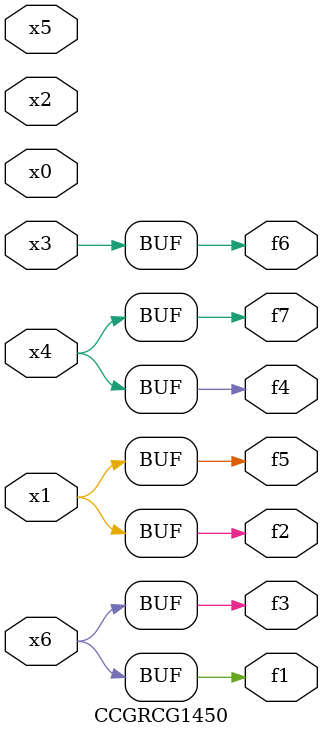
<source format=v>
module CCGRCG1450(
	input x0, x1, x2, x3, x4, x5, x6,
	output f1, f2, f3, f4, f5, f6, f7
);
	assign f1 = x6;
	assign f2 = x1;
	assign f3 = x6;
	assign f4 = x4;
	assign f5 = x1;
	assign f6 = x3;
	assign f7 = x4;
endmodule

</source>
